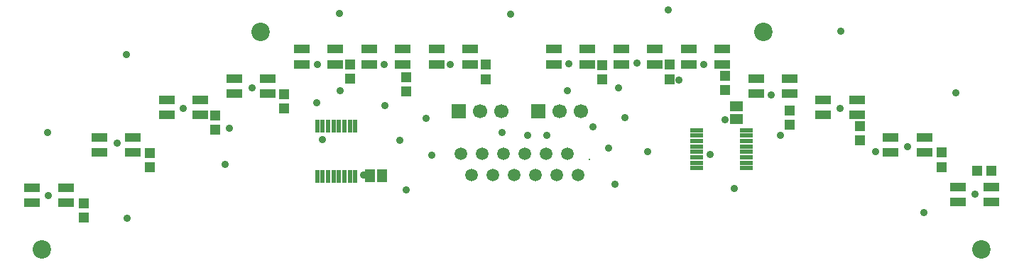
<source format=gts>
%FSTAX23Y23*%
%MOMM*%
%SFA1B1*%

%IPPOS*%
%ADD28R,1.299997X1.199998*%
%ADD29R,1.199998X1.299997*%
%ADD30R,1.299997X1.599997*%
%ADD31R,1.649997X0.589999*%
%ADD32R,0.589999X1.649997*%
%ADD33R,1.599997X1.299997*%
%ADD34R,1.859996X0.989998*%
%ADD35C,1.699997*%
%ADD36R,1.699997X1.699997*%
%ADD37C,0.200000*%
%ADD38C,1.499997*%
%ADD39C,2.199996*%
%ADD40C,0.899998*%
%LNfront_sensor-1*%
%LPD*%
G54D28*
X10749Y15349D03*
Y17049D03*
X18799Y15369D03*
Y17079D03*
X25419Y14049D03*
Y15749D03*
X-03119Y15369D03*
Y17079D03*
X51249Y04869D03*
Y06579D03*
X33149Y09899D03*
Y11599D03*
X-12569Y13869D03*
Y15569D03*
X41469Y08049D03*
Y09749D03*
X-19329Y15419D03*
Y17129D03*
X-35349Y09319D03*
Y11029D03*
X-27169Y11819D03*
Y13519D03*
X-43199Y04819D03*
Y06529D03*
X-51049Y-01179D03*
Y00529D03*
G54D29*
X55479Y04449D03*
X57169D03*
G54D30*
X-15449Y03779D03*
X-16949D03*
G54D31*
X22019Y09269D03*
Y08619D03*
Y07969D03*
Y07319D03*
Y06679D03*
Y06029D03*
Y05379D03*
Y04719D03*
X27979Y09269D03*
Y08619D03*
Y07969D03*
Y07319D03*
Y06679D03*
Y06029D03*
Y05379D03*
Y04719D03*
G54D32*
X-18679Y09709D03*
X-19329D03*
X-19979D03*
X-20629D03*
X-21279D03*
X-21929D03*
X-22579D03*
X-23229D03*
X-18679Y03759D03*
X-19329D03*
X-19979D03*
X-20629D03*
X-21279D03*
X-21929D03*
X-22579D03*
X-23229D03*
G54D33*
X26749Y12119D03*
Y10619D03*
G54D34*
X04999Y18929D03*
X08999D03*
Y17129D03*
X04999D03*
X13029Y18929D03*
X17029D03*
Y17129D03*
X13029D03*
X21069Y18929D03*
X25069D03*
Y17129D03*
X21069D03*
X-08999Y18929D03*
X-04999D03*
Y17129D03*
X-08999D03*
X53199Y02449D03*
X57199D03*
Y00649D03*
X53199D03*
X45169Y08399D03*
X49169D03*
Y06599D03*
X45169D03*
X29099Y15399D03*
X33099D03*
Y13599D03*
X29099D03*
X-17029Y18929D03*
X-13029D03*
Y17129D03*
X-17029D03*
X37129Y12899D03*
X41129D03*
Y11099D03*
X37129D03*
X-25069Y18929D03*
X-21069D03*
Y17129D03*
X-25069D03*
X-41129Y12899D03*
X-37129D03*
Y11099D03*
X-41129D03*
X-33099Y15399D03*
X-29099D03*
Y13599D03*
X-33099D03*
X-49169Y08399D03*
X-45169D03*
Y06599D03*
X-49169D03*
X-57199Y02399D03*
X-53199D03*
Y00599D03*
X-57199D03*
G54D35*
X-01269Y11559D03*
X-03809D03*
X08259D03*
X05719D03*
G54D36*
X-06349Y11559D03*
X03169D03*
G54D37*
X09269Y05739D03*
G54D38*
X-01019Y06479D03*
X00249Y03939D03*
X01519Y06479D03*
X02789Y03939D03*
X04059Y06479D03*
X05329Y03939D03*
X06599Y06479D03*
X07869Y03939D03*
X-02289D03*
X-03559Y06479D03*
X-04829Y03939D03*
X-06099Y06479D03*
G54D39*
X55999Y-04999D03*
X29999Y20999D03*
X-55999Y-04999D03*
X-29999Y20999D03*
G54D40*
X04189Y08639D03*
X12319Y02789D03*
X-22579Y08149D03*
X01899Y08639D03*
X-45849Y-01269D03*
X-12569Y02159D03*
X-34159Y05209D03*
X-55369Y09019D03*
X-45969Y18289D03*
X-20569Y23239D03*
X-00129Y23109D03*
X18669Y23619D03*
X39239Y21079D03*
X52959Y13719D03*
X49149Y-00629D03*
X26539Y02289D03*
X-33699Y09519D03*
X-15109Y12189D03*
X13459Y10799D03*
X19939Y15239D03*
X-23239Y12569D03*
X31999Y08639D03*
X43329Y06719D03*
X23649Y06349D03*
X-09519Y06249D03*
X-10199Y10679D03*
X-13349Y08069D03*
X-01199Y08949D03*
X11549Y07119D03*
X09699Y09649D03*
X16199Y06719D03*
X55199Y01599D03*
X47149Y07299D03*
X39119Y11849D03*
X-55279Y01449D03*
X-47079Y07699D03*
X-39219Y11849D03*
X-31019Y14319D03*
X30879Y13499D03*
X22899Y17119D03*
X-15249Y17099D03*
X-23149D03*
X-07349Y17119D03*
X06599Y13979D03*
X06749Y17169D03*
X14949Y17249D03*
X25449Y10499D03*
X-17669Y03879D03*
X-20519Y13949D03*
X12699Y14319D03*
M02*
</source>
